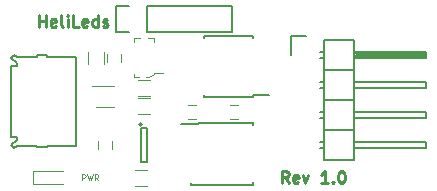
<source format=gto>
G04 #@! TF.FileFunction,Legend,Top*
%FSLAX46Y46*%
G04 Gerber Fmt 4.6, Leading zero omitted, Abs format (unit mm)*
G04 Created by KiCad (PCBNEW 4.0.7-e2-6376~58~ubuntu16.04.1) date Mon May 21 14:16:18 2018*
%MOMM*%
%LPD*%
G01*
G04 APERTURE LIST*
%ADD10C,0.100000*%
%ADD11C,0.250000*%
%ADD12C,0.125000*%
%ADD13C,0.150000*%
%ADD14C,0.120000*%
G04 APERTURE END LIST*
D10*
D11*
X140255524Y-110434381D02*
X139922190Y-109958190D01*
X139684095Y-110434381D02*
X139684095Y-109434381D01*
X140065048Y-109434381D01*
X140160286Y-109482000D01*
X140207905Y-109529619D01*
X140255524Y-109624857D01*
X140255524Y-109767714D01*
X140207905Y-109862952D01*
X140160286Y-109910571D01*
X140065048Y-109958190D01*
X139684095Y-109958190D01*
X141065048Y-110386762D02*
X140969810Y-110434381D01*
X140779333Y-110434381D01*
X140684095Y-110386762D01*
X140636476Y-110291524D01*
X140636476Y-109910571D01*
X140684095Y-109815333D01*
X140779333Y-109767714D01*
X140969810Y-109767714D01*
X141065048Y-109815333D01*
X141112667Y-109910571D01*
X141112667Y-110005810D01*
X140636476Y-110101048D01*
X141446000Y-109767714D02*
X141684095Y-110434381D01*
X141922191Y-109767714D01*
X143588858Y-110434381D02*
X143017429Y-110434381D01*
X143303143Y-110434381D02*
X143303143Y-109434381D01*
X143207905Y-109577238D01*
X143112667Y-109672476D01*
X143017429Y-109720095D01*
X144017429Y-110339143D02*
X144065048Y-110386762D01*
X144017429Y-110434381D01*
X143969810Y-110386762D01*
X144017429Y-110339143D01*
X144017429Y-110434381D01*
X144684095Y-109434381D02*
X144779334Y-109434381D01*
X144874572Y-109482000D01*
X144922191Y-109529619D01*
X144969810Y-109624857D01*
X145017429Y-109815333D01*
X145017429Y-110053429D01*
X144969810Y-110243905D01*
X144922191Y-110339143D01*
X144874572Y-110386762D01*
X144779334Y-110434381D01*
X144684095Y-110434381D01*
X144588857Y-110386762D01*
X144541238Y-110339143D01*
X144493619Y-110243905D01*
X144446000Y-110053429D01*
X144446000Y-109815333D01*
X144493619Y-109624857D01*
X144541238Y-109529619D01*
X144588857Y-109482000D01*
X144684095Y-109434381D01*
X119110095Y-97226381D02*
X119110095Y-96226381D01*
X119110095Y-96702571D02*
X119681524Y-96702571D01*
X119681524Y-97226381D02*
X119681524Y-96226381D01*
X120538667Y-97178762D02*
X120443429Y-97226381D01*
X120252952Y-97226381D01*
X120157714Y-97178762D01*
X120110095Y-97083524D01*
X120110095Y-96702571D01*
X120157714Y-96607333D01*
X120252952Y-96559714D01*
X120443429Y-96559714D01*
X120538667Y-96607333D01*
X120586286Y-96702571D01*
X120586286Y-96797810D01*
X120110095Y-96893048D01*
X121157714Y-97226381D02*
X121062476Y-97178762D01*
X121014857Y-97083524D01*
X121014857Y-96226381D01*
X121538667Y-97226381D02*
X121538667Y-96559714D01*
X121538667Y-96226381D02*
X121491048Y-96274000D01*
X121538667Y-96321619D01*
X121586286Y-96274000D01*
X121538667Y-96226381D01*
X121538667Y-96321619D01*
X122491048Y-97226381D02*
X122014857Y-97226381D01*
X122014857Y-96226381D01*
X123205334Y-97178762D02*
X123110096Y-97226381D01*
X122919619Y-97226381D01*
X122824381Y-97178762D01*
X122776762Y-97083524D01*
X122776762Y-96702571D01*
X122824381Y-96607333D01*
X122919619Y-96559714D01*
X123110096Y-96559714D01*
X123205334Y-96607333D01*
X123252953Y-96702571D01*
X123252953Y-96797810D01*
X122776762Y-96893048D01*
X124110096Y-97226381D02*
X124110096Y-96226381D01*
X124110096Y-97178762D02*
X124014858Y-97226381D01*
X123824381Y-97226381D01*
X123729143Y-97178762D01*
X123681524Y-97131143D01*
X123633905Y-97035905D01*
X123633905Y-96750190D01*
X123681524Y-96654952D01*
X123729143Y-96607333D01*
X123824381Y-96559714D01*
X124014858Y-96559714D01*
X124110096Y-96607333D01*
X124538667Y-97178762D02*
X124633905Y-97226381D01*
X124824381Y-97226381D01*
X124919620Y-97178762D01*
X124967239Y-97083524D01*
X124967239Y-97035905D01*
X124919620Y-96940667D01*
X124824381Y-96893048D01*
X124681524Y-96893048D01*
X124586286Y-96845429D01*
X124538667Y-96750190D01*
X124538667Y-96702571D01*
X124586286Y-96607333D01*
X124681524Y-96559714D01*
X124824381Y-96559714D01*
X124919620Y-96607333D01*
D12*
X122777334Y-110208190D02*
X122777334Y-109708190D01*
X122967810Y-109708190D01*
X123015429Y-109732000D01*
X123039238Y-109755810D01*
X123063048Y-109803429D01*
X123063048Y-109874857D01*
X123039238Y-109922476D01*
X123015429Y-109946286D01*
X122967810Y-109970095D01*
X122777334Y-109970095D01*
X123229715Y-109708190D02*
X123348762Y-110208190D01*
X123444000Y-109851048D01*
X123539238Y-110208190D01*
X123658286Y-109708190D01*
X124134477Y-110208190D02*
X123967810Y-109970095D01*
X123848763Y-110208190D02*
X123848763Y-109708190D01*
X124039239Y-109708190D01*
X124086858Y-109732000D01*
X124110667Y-109755810D01*
X124134477Y-109803429D01*
X124134477Y-109874857D01*
X124110667Y-109922476D01*
X124086858Y-109946286D01*
X124039239Y-109970095D01*
X123848763Y-109970095D01*
D13*
X140432000Y-98018000D02*
X140432000Y-99568000D01*
X141732000Y-98018000D02*
X140432000Y-98018000D01*
X145923000Y-99441000D02*
X151765000Y-99441000D01*
X151765000Y-99441000D02*
X151765000Y-99695000D01*
X151765000Y-99695000D02*
X145923000Y-99695000D01*
X145923000Y-99695000D02*
X145923000Y-99568000D01*
X145923000Y-99568000D02*
X151765000Y-99568000D01*
X143256000Y-99314000D02*
X142875000Y-99314000D01*
X143256000Y-99822000D02*
X142875000Y-99822000D01*
X143256000Y-101854000D02*
X142875000Y-101854000D01*
X143256000Y-102362000D02*
X142875000Y-102362000D01*
X143256000Y-104394000D02*
X142875000Y-104394000D01*
X143256000Y-104902000D02*
X142875000Y-104902000D01*
X143256000Y-107442000D02*
X142875000Y-107442000D01*
X143256000Y-106934000D02*
X142875000Y-106934000D01*
X143256000Y-98298000D02*
X145796000Y-98298000D01*
X143256000Y-100838000D02*
X145796000Y-100838000D01*
X143256000Y-100838000D02*
X143256000Y-103378000D01*
X143256000Y-103378000D02*
X145796000Y-103378000D01*
X145796000Y-101854000D02*
X151892000Y-101854000D01*
X151892000Y-101854000D02*
X151892000Y-102362000D01*
X151892000Y-102362000D02*
X145796000Y-102362000D01*
X145796000Y-103378000D02*
X145796000Y-100838000D01*
X145796000Y-100838000D02*
X145796000Y-98298000D01*
X151892000Y-99822000D02*
X145796000Y-99822000D01*
X151892000Y-99314000D02*
X151892000Y-99822000D01*
X145796000Y-99314000D02*
X151892000Y-99314000D01*
X143256000Y-100838000D02*
X145796000Y-100838000D01*
X143256000Y-98298000D02*
X143256000Y-100838000D01*
X143256000Y-105918000D02*
X145796000Y-105918000D01*
X143256000Y-105918000D02*
X143256000Y-108458000D01*
X143256000Y-108458000D02*
X145796000Y-108458000D01*
X145796000Y-106934000D02*
X151892000Y-106934000D01*
X151892000Y-106934000D02*
X151892000Y-107442000D01*
X151892000Y-107442000D02*
X145796000Y-107442000D01*
X145796000Y-108458000D02*
X145796000Y-105918000D01*
X145796000Y-105918000D02*
X145796000Y-103378000D01*
X151892000Y-104902000D02*
X145796000Y-104902000D01*
X151892000Y-104394000D02*
X151892000Y-104902000D01*
X145796000Y-104394000D02*
X151892000Y-104394000D01*
X143256000Y-105918000D02*
X145796000Y-105918000D01*
X143256000Y-103378000D02*
X143256000Y-105918000D01*
X143256000Y-103378000D02*
X145796000Y-103378000D01*
X132545000Y-105375000D02*
X132545000Y-105425000D01*
X137270000Y-105300000D02*
X137270000Y-105495000D01*
X137270000Y-110600000D02*
X137270000Y-110380000D01*
X131970000Y-110600000D02*
X131970000Y-110405000D01*
X132545000Y-105325000D02*
X137270000Y-105325000D01*
X131970000Y-110600000D02*
X137270000Y-110600000D01*
X132545000Y-105425000D02*
X131145000Y-105425000D01*
X117230000Y-100505000D02*
X116780000Y-100505000D01*
X117230000Y-100255000D02*
X117230000Y-100505000D01*
X116780000Y-99805000D02*
X117230000Y-100255000D01*
X117030000Y-99555000D02*
X116780000Y-99805000D01*
X117230000Y-99755000D02*
X117030000Y-99555000D01*
X117230000Y-106505000D02*
X116780000Y-106505000D01*
X117230000Y-106755000D02*
X117230000Y-106505000D01*
X116780000Y-107205000D02*
X117230000Y-106755000D01*
X117030000Y-107455000D02*
X116780000Y-107205000D01*
X117230000Y-107255000D02*
X117030000Y-107455000D01*
X118930000Y-99755000D02*
X117230000Y-99755000D01*
X118930000Y-99605000D02*
X118930000Y-99755000D01*
X119830000Y-99605000D02*
X118930000Y-99605000D01*
X119830000Y-99755000D02*
X119830000Y-99605000D01*
X116780000Y-100505000D02*
X116780000Y-106505000D01*
X122280000Y-99755000D02*
X119830000Y-99755000D01*
X122280000Y-107255000D02*
X119830000Y-107255000D01*
X122280000Y-99755000D02*
X122280000Y-107255000D01*
X119830000Y-107255000D02*
X119830000Y-107355000D01*
X119830000Y-107355000D02*
X118930000Y-107355000D01*
X118930000Y-107355000D02*
X118930000Y-107255000D01*
X118930000Y-107255000D02*
X117230000Y-107255000D01*
X137203000Y-103159000D02*
X137203000Y-103014000D01*
X133053000Y-103159000D02*
X133053000Y-103014000D01*
X133053000Y-98009000D02*
X133053000Y-98154000D01*
X137203000Y-98009000D02*
X137203000Y-98154000D01*
X137203000Y-103159000D02*
X133053000Y-103159000D01*
X137203000Y-98009000D02*
X133053000Y-98009000D01*
X137203000Y-103014000D02*
X138603000Y-103014000D01*
X127816000Y-105488000D02*
G75*
G03X127816000Y-105488000I-100000J0D01*
G01*
X128266000Y-105738000D02*
X127766000Y-105738000D01*
X128266000Y-108638000D02*
X128266000Y-105738000D01*
X127766000Y-108638000D02*
X128266000Y-108638000D01*
X127766000Y-105738000D02*
X127766000Y-108638000D01*
D14*
X124114000Y-107538000D02*
X124114000Y-106838000D01*
X125314000Y-106838000D02*
X125314000Y-107538000D01*
X124876000Y-100172000D02*
X124876000Y-99472000D01*
X126076000Y-99472000D02*
X126076000Y-100172000D01*
X135986000Y-104994000D02*
X135286000Y-104994000D01*
X135286000Y-103794000D02*
X135986000Y-103794000D01*
X131730000Y-103794000D02*
X132430000Y-103794000D01*
X132430000Y-104994000D02*
X131730000Y-104994000D01*
D10*
X128191000Y-101472000D02*
X128466000Y-101472000D01*
X128466000Y-101472000D02*
X128841000Y-101197000D01*
X128841000Y-101197000D02*
X128841000Y-101147000D01*
X128841000Y-101147000D02*
X129616000Y-101147000D01*
X128366000Y-98172000D02*
X128841000Y-98172000D01*
X128841000Y-98172000D02*
X128841000Y-98522000D01*
X127191000Y-98397000D02*
X127191000Y-98522000D01*
X127191000Y-98472000D02*
X127191000Y-98172000D01*
X127191000Y-98172000D02*
X127641000Y-98172000D01*
X127566000Y-101472000D02*
X127191000Y-101472000D01*
X127191000Y-101472000D02*
X127191000Y-101172000D01*
D13*
X128246000Y-97620000D02*
X135446000Y-97620000D01*
X128246000Y-95420000D02*
X135446000Y-95420000D01*
X125646000Y-95420000D02*
X126746000Y-95420000D01*
X135446000Y-97620000D02*
X135446000Y-95420000D01*
X128246000Y-95420000D02*
X128246000Y-97620000D01*
X126746000Y-97620000D02*
X125646000Y-97620000D01*
X125646000Y-97620000D02*
X125646000Y-95420000D01*
D14*
X123272000Y-100322000D02*
X123272000Y-99322000D01*
X124632000Y-99322000D02*
X124632000Y-100322000D01*
X127262000Y-109302000D02*
X128262000Y-109302000D01*
X128262000Y-110662000D02*
X127262000Y-110662000D01*
X128516000Y-103042000D02*
X127516000Y-103042000D01*
X127516000Y-101682000D02*
X128516000Y-101682000D01*
X128516000Y-104566000D02*
X127516000Y-104566000D01*
X127516000Y-103206000D02*
X128516000Y-103206000D01*
X125514000Y-102224000D02*
X123614000Y-102224000D01*
X123914000Y-104024000D02*
X125514000Y-104024000D01*
X118596000Y-109432000D02*
X118596000Y-110532000D01*
X118596000Y-110532000D02*
X121196000Y-110532000D01*
X118596000Y-109432000D02*
X121196000Y-109432000D01*
M02*

</source>
